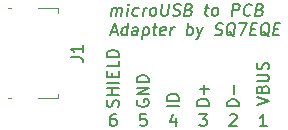
<source format=gbr>
%TF.GenerationSoftware,KiCad,Pcbnew,5.1.4-3.fc31*%
%TF.CreationDate,2019-11-20T03:39:40+01:00*%
%TF.ProjectId,microUSB-to-pcb-adapter,6d696372-6f55-4534-922d-746f2d706362,1.0*%
%TF.SameCoordinates,PX5ad6650PY59a0560*%
%TF.FileFunction,Legend,Top*%
%TF.FilePolarity,Positive*%
%FSLAX46Y46*%
G04 Gerber Fmt 4.6, Leading zero omitted, Abs format (unit mm)*
G04 Created by KiCad (PCBNEW 5.1.4-3.fc31) date 2019-11-20 03:39:40*
%MOMM*%
%LPD*%
G04 APERTURE LIST*
%ADD10C,0.150000*%
%ADD11C,0.120000*%
%ADD12R,2.002000X1.277000*%
%ADD13R,2.002000X2.477000*%
%ADD14R,2.202000X1.577000*%
%ADD15R,1.482000X0.552000*%
%ADD16R,1.802000X1.802000*%
%ADD17O,1.802000X1.802000*%
G04 APERTURE END LIST*
D10*
X9294761Y5621977D02*
X9342380Y5764834D01*
X9342380Y6002929D01*
X9294761Y6098167D01*
X9247142Y6145786D01*
X9151904Y6193405D01*
X9056666Y6193405D01*
X8961428Y6145786D01*
X8913809Y6098167D01*
X8866190Y6002929D01*
X8818571Y5812453D01*
X8770952Y5717215D01*
X8723333Y5669596D01*
X8628095Y5621977D01*
X8532857Y5621977D01*
X8437619Y5669596D01*
X8390000Y5717215D01*
X8342380Y5812453D01*
X8342380Y6050548D01*
X8390000Y6193405D01*
X9342380Y6621977D02*
X8342380Y6621977D01*
X8818571Y6621977D02*
X8818571Y7193405D01*
X9342380Y7193405D02*
X8342380Y7193405D01*
X9342380Y7669596D02*
X8342380Y7669596D01*
X8818571Y8145786D02*
X8818571Y8479120D01*
X9342380Y8621977D02*
X9342380Y8145786D01*
X8342380Y8145786D01*
X8342380Y8621977D01*
X9342380Y9526739D02*
X9342380Y9050548D01*
X8342380Y9050548D01*
X9342380Y9860072D02*
X8342380Y9860072D01*
X8342380Y10098167D01*
X8390000Y10241024D01*
X8485238Y10336262D01*
X8580476Y10383881D01*
X8770952Y10431500D01*
X8913809Y10431500D01*
X9104285Y10383881D01*
X9199523Y10336262D01*
X9294761Y10241024D01*
X9342380Y10098167D01*
X9342380Y9860072D01*
X10930000Y6193405D02*
X10882380Y6098167D01*
X10882380Y5955310D01*
X10930000Y5812453D01*
X11025238Y5717215D01*
X11120476Y5669596D01*
X11310952Y5621977D01*
X11453809Y5621977D01*
X11644285Y5669596D01*
X11739523Y5717215D01*
X11834761Y5812453D01*
X11882380Y5955310D01*
X11882380Y6050548D01*
X11834761Y6193405D01*
X11787142Y6241024D01*
X11453809Y6241024D01*
X11453809Y6050548D01*
X11882380Y6669596D02*
X10882380Y6669596D01*
X11882380Y7241024D01*
X10882380Y7241024D01*
X11882380Y7717215D02*
X10882380Y7717215D01*
X10882380Y7955310D01*
X10930000Y8098167D01*
X11025238Y8193405D01*
X11120476Y8241024D01*
X11310952Y8288643D01*
X11453809Y8288643D01*
X11644285Y8241024D01*
X11739523Y8193405D01*
X11834761Y8098167D01*
X11882380Y7955310D01*
X11882380Y7717215D01*
X14422380Y5669596D02*
X13422380Y5669596D01*
X14422380Y6145786D02*
X13422380Y6145786D01*
X13422380Y6383881D01*
X13470000Y6526739D01*
X13565238Y6621977D01*
X13660476Y6669596D01*
X13850952Y6717215D01*
X13993809Y6717215D01*
X14184285Y6669596D01*
X14279523Y6621977D01*
X14374761Y6526739D01*
X14422380Y6383881D01*
X14422380Y6145786D01*
X16962380Y5723048D02*
X15962380Y5723048D01*
X15962380Y5961143D01*
X16010000Y6104000D01*
X16105238Y6199239D01*
X16200476Y6246858D01*
X16390952Y6294477D01*
X16533809Y6294477D01*
X16724285Y6246858D01*
X16819523Y6199239D01*
X16914761Y6104000D01*
X16962380Y5961143D01*
X16962380Y5723048D01*
X16581428Y6723048D02*
X16581428Y7484953D01*
X16962380Y7104000D02*
X16200476Y7104000D01*
X19502380Y5669596D02*
X18502380Y5669596D01*
X18502380Y5907691D01*
X18550000Y6050548D01*
X18645238Y6145786D01*
X18740476Y6193405D01*
X18930952Y6241024D01*
X19073809Y6241024D01*
X19264285Y6193405D01*
X19359523Y6145786D01*
X19454761Y6050548D01*
X19502380Y5907691D01*
X19502380Y5669596D01*
X19121428Y6669596D02*
X19121428Y7431500D01*
X21042380Y5780739D02*
X22042380Y6114072D01*
X21042380Y6447405D01*
X21518571Y7114072D02*
X21566190Y7256929D01*
X21613809Y7304548D01*
X21709047Y7352167D01*
X21851904Y7352167D01*
X21947142Y7304548D01*
X21994761Y7256929D01*
X22042380Y7161691D01*
X22042380Y6780739D01*
X21042380Y6780739D01*
X21042380Y7114072D01*
X21090000Y7209310D01*
X21137619Y7256929D01*
X21232857Y7304548D01*
X21328095Y7304548D01*
X21423333Y7256929D01*
X21470952Y7209310D01*
X21518571Y7114072D01*
X21518571Y6780739D01*
X21042380Y7780739D02*
X21851904Y7780739D01*
X21947142Y7828358D01*
X21994761Y7875977D01*
X22042380Y7971215D01*
X22042380Y8161691D01*
X21994761Y8256929D01*
X21947142Y8304548D01*
X21851904Y8352167D01*
X21042380Y8352167D01*
X21994761Y8780739D02*
X22042380Y8923596D01*
X22042380Y9161691D01*
X21994761Y9256929D01*
X21947142Y9304548D01*
X21851904Y9352167D01*
X21756666Y9352167D01*
X21661428Y9304548D01*
X21613809Y9256929D01*
X21566190Y9161691D01*
X21518571Y8971215D01*
X21470952Y8875977D01*
X21423333Y8828358D01*
X21328095Y8780739D01*
X21232857Y8780739D01*
X21137619Y8828358D01*
X21090000Y8875977D01*
X21042380Y8971215D01*
X21042380Y9209310D01*
X21090000Y9352167D01*
X8723547Y13326620D02*
X8806880Y13993286D01*
X8794976Y13898048D02*
X8848547Y13945667D01*
X8949738Y13993286D01*
X9092595Y13993286D01*
X9181880Y13945667D01*
X9217595Y13850429D01*
X9152119Y13326620D01*
X9217595Y13850429D02*
X9277119Y13945667D01*
X9378309Y13993286D01*
X9521166Y13993286D01*
X9610452Y13945667D01*
X9646166Y13850429D01*
X9580690Y13326620D01*
X10056880Y13326620D02*
X10140214Y13993286D01*
X10181880Y14326620D02*
X10128309Y14279000D01*
X10169976Y14231381D01*
X10223547Y14279000D01*
X10181880Y14326620D01*
X10169976Y14231381D01*
X10967595Y13374239D02*
X10866404Y13326620D01*
X10675928Y13326620D01*
X10586642Y13374239D01*
X10544976Y13421858D01*
X10509261Y13517096D01*
X10544976Y13802810D01*
X10604500Y13898048D01*
X10658071Y13945667D01*
X10759261Y13993286D01*
X10949738Y13993286D01*
X11039023Y13945667D01*
X11390214Y13326620D02*
X11473547Y13993286D01*
X11449738Y13802810D02*
X11509261Y13898048D01*
X11562833Y13945667D01*
X11664023Y13993286D01*
X11759261Y13993286D01*
X12152119Y13326620D02*
X12062833Y13374239D01*
X12021166Y13421858D01*
X11985452Y13517096D01*
X12021166Y13802810D01*
X12080690Y13898048D01*
X12134261Y13945667D01*
X12235452Y13993286D01*
X12378309Y13993286D01*
X12467595Y13945667D01*
X12509261Y13898048D01*
X12544976Y13802810D01*
X12509261Y13517096D01*
X12449738Y13421858D01*
X12396166Y13374239D01*
X12294976Y13326620D01*
X12152119Y13326620D01*
X13039023Y14326620D02*
X12937833Y13517096D01*
X12973547Y13421858D01*
X13015214Y13374239D01*
X13104500Y13326620D01*
X13294976Y13326620D01*
X13396166Y13374239D01*
X13449738Y13421858D01*
X13509261Y13517096D01*
X13610452Y14326620D01*
X13919976Y13374239D02*
X14056880Y13326620D01*
X14294976Y13326620D01*
X14396166Y13374239D01*
X14449738Y13421858D01*
X14509261Y13517096D01*
X14521166Y13612334D01*
X14485452Y13707572D01*
X14443785Y13755191D01*
X14354500Y13802810D01*
X14169976Y13850429D01*
X14080690Y13898048D01*
X14039023Y13945667D01*
X14003309Y14040905D01*
X14015214Y14136143D01*
X14074738Y14231381D01*
X14128309Y14279000D01*
X14229500Y14326620D01*
X14467595Y14326620D01*
X14604500Y14279000D01*
X15312833Y13850429D02*
X15449738Y13802810D01*
X15491404Y13755191D01*
X15527119Y13659953D01*
X15509261Y13517096D01*
X15449738Y13421858D01*
X15396166Y13374239D01*
X15294976Y13326620D01*
X14914023Y13326620D01*
X15039023Y14326620D01*
X15372357Y14326620D01*
X15461642Y14279000D01*
X15503309Y14231381D01*
X15539023Y14136143D01*
X15527119Y14040905D01*
X15467595Y13945667D01*
X15414023Y13898048D01*
X15312833Y13850429D01*
X14979500Y13850429D01*
X16616404Y13993286D02*
X16997357Y13993286D01*
X16800928Y14326620D02*
X16693785Y13469477D01*
X16729500Y13374239D01*
X16818785Y13326620D01*
X16914023Y13326620D01*
X17390214Y13326620D02*
X17300928Y13374239D01*
X17259261Y13421858D01*
X17223547Y13517096D01*
X17259261Y13802810D01*
X17318785Y13898048D01*
X17372357Y13945667D01*
X17473547Y13993286D01*
X17616404Y13993286D01*
X17705690Y13945667D01*
X17747357Y13898048D01*
X17783071Y13802810D01*
X17747357Y13517096D01*
X17687833Y13421858D01*
X17634261Y13374239D01*
X17533071Y13326620D01*
X17390214Y13326620D01*
X18914023Y13326620D02*
X19039023Y14326620D01*
X19419976Y14326620D01*
X19509261Y14279000D01*
X19550928Y14231381D01*
X19586642Y14136143D01*
X19568785Y13993286D01*
X19509261Y13898048D01*
X19455690Y13850429D01*
X19354500Y13802810D01*
X18973547Y13802810D01*
X20497357Y13421858D02*
X20443785Y13374239D01*
X20294976Y13326620D01*
X20199738Y13326620D01*
X20062833Y13374239D01*
X19979500Y13469477D01*
X19943785Y13564715D01*
X19919976Y13755191D01*
X19937833Y13898048D01*
X20009261Y14088524D01*
X20068785Y14183762D01*
X20175928Y14279000D01*
X20324738Y14326620D01*
X20419976Y14326620D01*
X20556880Y14279000D01*
X20598547Y14231381D01*
X21312833Y13850429D02*
X21449738Y13802810D01*
X21491404Y13755191D01*
X21527119Y13659953D01*
X21509261Y13517096D01*
X21449738Y13421858D01*
X21396166Y13374239D01*
X21294976Y13326620D01*
X20914023Y13326620D01*
X21039023Y14326620D01*
X21372357Y14326620D01*
X21461642Y14279000D01*
X21503309Y14231381D01*
X21539023Y14136143D01*
X21527119Y14040905D01*
X21467595Y13945667D01*
X21414023Y13898048D01*
X21312833Y13850429D01*
X20979500Y13850429D01*
X8711642Y11962334D02*
X9187833Y11962334D01*
X8580690Y11676620D02*
X9039023Y12676620D01*
X9247357Y11676620D01*
X10009261Y11676620D02*
X10134261Y12676620D01*
X10015214Y11724239D02*
X9914023Y11676620D01*
X9723547Y11676620D01*
X9634261Y11724239D01*
X9592595Y11771858D01*
X9556880Y11867096D01*
X9592595Y12152810D01*
X9652119Y12248048D01*
X9705690Y12295667D01*
X9806880Y12343286D01*
X9997357Y12343286D01*
X10086642Y12295667D01*
X10914023Y11676620D02*
X10979500Y12200429D01*
X10943785Y12295667D01*
X10854500Y12343286D01*
X10664023Y12343286D01*
X10562833Y12295667D01*
X10919976Y11724239D02*
X10818785Y11676620D01*
X10580690Y11676620D01*
X10491404Y11724239D01*
X10455690Y11819477D01*
X10467595Y11914715D01*
X10527119Y12009953D01*
X10628309Y12057572D01*
X10866404Y12057572D01*
X10967595Y12105191D01*
X11473547Y12343286D02*
X11348547Y11343286D01*
X11467595Y12295667D02*
X11568785Y12343286D01*
X11759261Y12343286D01*
X11848547Y12295667D01*
X11890214Y12248048D01*
X11925928Y12152810D01*
X11890214Y11867096D01*
X11830690Y11771858D01*
X11777119Y11724239D01*
X11675928Y11676620D01*
X11485452Y11676620D01*
X11396166Y11724239D01*
X12235452Y12343286D02*
X12616404Y12343286D01*
X12419976Y12676620D02*
X12312833Y11819477D01*
X12348547Y11724239D01*
X12437833Y11676620D01*
X12533071Y11676620D01*
X13253309Y11724239D02*
X13152119Y11676620D01*
X12961642Y11676620D01*
X12872357Y11724239D01*
X12836642Y11819477D01*
X12884261Y12200429D01*
X12943785Y12295667D01*
X13044976Y12343286D01*
X13235452Y12343286D01*
X13324738Y12295667D01*
X13360452Y12200429D01*
X13348547Y12105191D01*
X12860452Y12009953D01*
X13723547Y11676620D02*
X13806880Y12343286D01*
X13783071Y12152810D02*
X13842595Y12248048D01*
X13896166Y12295667D01*
X13997357Y12343286D01*
X14092595Y12343286D01*
X15104500Y11676620D02*
X15229500Y12676620D01*
X15181880Y12295667D02*
X15283071Y12343286D01*
X15473547Y12343286D01*
X15562833Y12295667D01*
X15604500Y12248048D01*
X15640214Y12152810D01*
X15604500Y11867096D01*
X15544976Y11771858D01*
X15491404Y11724239D01*
X15390214Y11676620D01*
X15199738Y11676620D01*
X15110452Y11724239D01*
X15997357Y12343286D02*
X16152119Y11676620D01*
X16473547Y12343286D02*
X16152119Y11676620D01*
X16027119Y11438524D01*
X15973547Y11390905D01*
X15872357Y11343286D01*
X17491404Y11724239D02*
X17628309Y11676620D01*
X17866404Y11676620D01*
X17967595Y11724239D01*
X18021166Y11771858D01*
X18080690Y11867096D01*
X18092595Y11962334D01*
X18056880Y12057572D01*
X18015214Y12105191D01*
X17925928Y12152810D01*
X17741404Y12200429D01*
X17652119Y12248048D01*
X17610452Y12295667D01*
X17574738Y12390905D01*
X17586642Y12486143D01*
X17646166Y12581381D01*
X17699738Y12629000D01*
X17800928Y12676620D01*
X18039023Y12676620D01*
X18175928Y12629000D01*
X19140214Y11581381D02*
X19050928Y11629000D01*
X18967595Y11724239D01*
X18842595Y11867096D01*
X18753309Y11914715D01*
X18658071Y11914715D01*
X18675928Y11676620D02*
X18586642Y11724239D01*
X18503309Y11819477D01*
X18479500Y12009953D01*
X18521166Y12343286D01*
X18592595Y12533762D01*
X18699738Y12629000D01*
X18800928Y12676620D01*
X18991404Y12676620D01*
X19080690Y12629000D01*
X19164023Y12533762D01*
X19187833Y12343286D01*
X19146166Y12009953D01*
X19074738Y11819477D01*
X18967595Y11724239D01*
X18866404Y11676620D01*
X18675928Y11676620D01*
X19562833Y12676620D02*
X20229500Y12676620D01*
X19675928Y11676620D01*
X20550928Y12200429D02*
X20884261Y12200429D01*
X20961642Y11676620D02*
X20485452Y11676620D01*
X20610452Y12676620D01*
X21086642Y12676620D01*
X22044976Y11581381D02*
X21955690Y11629000D01*
X21872357Y11724239D01*
X21747357Y11867096D01*
X21658071Y11914715D01*
X21562833Y11914715D01*
X21580690Y11676620D02*
X21491404Y11724239D01*
X21408071Y11819477D01*
X21384261Y12009953D01*
X21425928Y12343286D01*
X21497357Y12533762D01*
X21604500Y12629000D01*
X21705690Y12676620D01*
X21896166Y12676620D01*
X21985452Y12629000D01*
X22068785Y12533762D01*
X22092595Y12343286D01*
X22050928Y12009953D01*
X21979500Y11819477D01*
X21872357Y11724239D01*
X21771166Y11676620D01*
X21580690Y11676620D01*
X22503309Y12200429D02*
X22836642Y12200429D01*
X22914023Y11676620D02*
X22437833Y11676620D01*
X22562833Y12676620D01*
X23039023Y12676620D01*
X9080476Y4992620D02*
X8890000Y4992620D01*
X8794761Y4945000D01*
X8747142Y4897381D01*
X8651904Y4754524D01*
X8604285Y4564048D01*
X8604285Y4183096D01*
X8651904Y4087858D01*
X8699523Y4040239D01*
X8794761Y3992620D01*
X8985238Y3992620D01*
X9080476Y4040239D01*
X9128095Y4087858D01*
X9175714Y4183096D01*
X9175714Y4421191D01*
X9128095Y4516429D01*
X9080476Y4564048D01*
X8985238Y4611667D01*
X8794761Y4611667D01*
X8699523Y4564048D01*
X8651904Y4516429D01*
X8604285Y4421191D01*
X11668095Y4992620D02*
X11191904Y4992620D01*
X11144285Y4516429D01*
X11191904Y4564048D01*
X11287142Y4611667D01*
X11525238Y4611667D01*
X11620476Y4564048D01*
X11668095Y4516429D01*
X11715714Y4421191D01*
X11715714Y4183096D01*
X11668095Y4087858D01*
X11620476Y4040239D01*
X11525238Y3992620D01*
X11287142Y3992620D01*
X11191904Y4040239D01*
X11144285Y4087858D01*
X14160476Y4659286D02*
X14160476Y3992620D01*
X13922380Y5040239D02*
X13684285Y4325953D01*
X14303333Y4325953D01*
X16176666Y4992620D02*
X16795714Y4992620D01*
X16462380Y4611667D01*
X16605238Y4611667D01*
X16700476Y4564048D01*
X16748095Y4516429D01*
X16795714Y4421191D01*
X16795714Y4183096D01*
X16748095Y4087858D01*
X16700476Y4040239D01*
X16605238Y3992620D01*
X16319523Y3992620D01*
X16224285Y4040239D01*
X16176666Y4087858D01*
X18764285Y4897381D02*
X18811904Y4945000D01*
X18907142Y4992620D01*
X19145238Y4992620D01*
X19240476Y4945000D01*
X19288095Y4897381D01*
X19335714Y4802143D01*
X19335714Y4706905D01*
X19288095Y4564048D01*
X18716666Y3992620D01*
X19335714Y3992620D01*
X21875714Y3992620D02*
X21304285Y3992620D01*
X21590000Y3992620D02*
X21590000Y4992620D01*
X21494761Y4849762D01*
X21399523Y4754524D01*
X21304285Y4706905D01*
D11*
%TO.C,J1*%
X-60000Y13970000D02*
X200000Y13970000D01*
X2480000Y13970000D02*
X4250000Y13970000D01*
X4250000Y13970000D02*
X4250000Y13590000D01*
X4250000Y6350000D02*
X2480000Y6350000D01*
X200000Y6350000D02*
X-60000Y6350000D01*
X4250000Y6350000D02*
X4250000Y6730000D01*
D10*
X5292380Y9826667D02*
X6006666Y9826667D01*
X6149523Y9779048D01*
X6244761Y9683810D01*
X6292380Y9540953D01*
X6292380Y9445715D01*
X6292380Y10826667D02*
X6292380Y10255239D01*
X6292380Y10540953D02*
X5292380Y10540953D01*
X5435238Y10445715D01*
X5530476Y10350477D01*
X5578095Y10255239D01*
%TD*%
%LPC*%
D12*
%TO.C,J1*%
X1340000Y9320000D03*
X1340000Y11000000D03*
D13*
X1340000Y7250000D03*
X1340000Y13070000D03*
D14*
X3640000Y7697500D03*
X3640000Y12622500D03*
D15*
X4000000Y8860000D03*
X4000000Y9510000D03*
X4000000Y10160000D03*
X4000000Y10810000D03*
X4000000Y11460000D03*
%TD*%
D16*
%TO.C,J2*%
X21590000Y2540000D03*
D17*
X19050000Y2540000D03*
X16510000Y2540000D03*
X13970000Y2540000D03*
X11430000Y2540000D03*
X8890000Y2540000D03*
%TD*%
M02*

</source>
